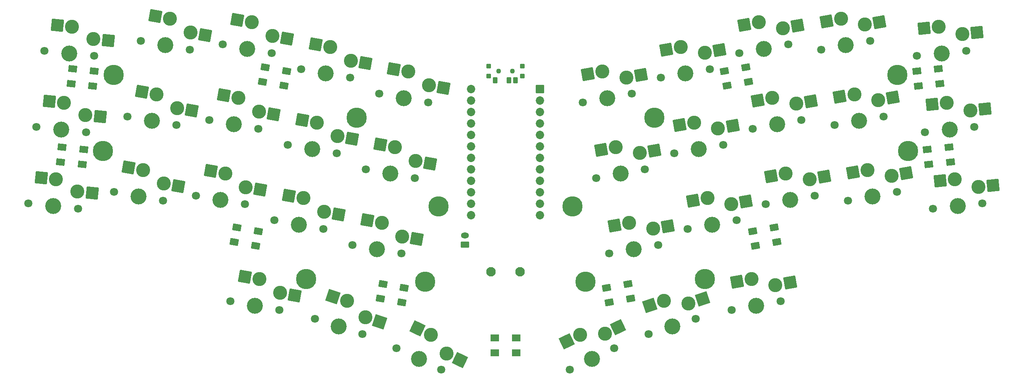
<source format=gbr>
%TF.GenerationSoftware,KiCad,Pcbnew,(6.0.7-1)-1*%
%TF.CreationDate,2022-09-13T20:48:51-04:00*%
%TF.ProjectId,egret,65677265-742e-46b6-9963-61645f706362,v1.0.0*%
%TF.SameCoordinates,Original*%
%TF.FileFunction,Soldermask,Bot*%
%TF.FilePolarity,Negative*%
%FSLAX46Y46*%
G04 Gerber Fmt 4.6, Leading zero omitted, Abs format (unit mm)*
G04 Created by KiCad (PCBNEW (6.0.7-1)-1) date 2022-09-13 20:48:51*
%MOMM*%
%LPD*%
G01*
G04 APERTURE LIST*
G04 Aperture macros list*
%AMRoundRect*
0 Rectangle with rounded corners*
0 $1 Rounding radius*
0 $2 $3 $4 $5 $6 $7 $8 $9 X,Y pos of 4 corners*
0 Add a 4 corners polygon primitive as box body*
4,1,4,$2,$3,$4,$5,$6,$7,$8,$9,$2,$3,0*
0 Add four circle primitives for the rounded corners*
1,1,$1+$1,$2,$3*
1,1,$1+$1,$4,$5*
1,1,$1+$1,$6,$7*
1,1,$1+$1,$8,$9*
0 Add four rect primitives between the rounded corners*
20,1,$1+$1,$2,$3,$4,$5,0*
20,1,$1+$1,$4,$5,$6,$7,0*
20,1,$1+$1,$6,$7,$8,$9,0*
20,1,$1+$1,$8,$9,$2,$3,0*%
G04 Aperture macros list end*
%ADD10RoundRect,0.050000X-0.450000X-0.450000X0.450000X-0.450000X0.450000X0.450000X-0.450000X0.450000X0*%
%ADD11C,1.100000*%
%ADD12RoundRect,0.050000X-0.450000X-0.625000X0.450000X-0.625000X0.450000X0.625000X-0.450000X0.625000X0*%
%ADD13C,1.801800*%
%ADD14C,3.100000*%
%ADD15C,3.529000*%
%ADD16RoundRect,0.050000X-1.054507X-1.505993X1.505993X-1.054507X1.054507X1.505993X-1.505993X1.054507X0*%
%ADD17RoundRect,0.050000X-0.876300X0.876300X-0.876300X-0.876300X0.876300X-0.876300X0.876300X0.876300X0*%
%ADD18C,1.852600*%
%ADD19RoundRect,0.050000X-1.505993X-1.054507X1.054507X-1.505993X1.505993X1.054507X-1.054507X1.505993X0*%
%ADD20RoundRect,0.050000X-0.598550X-1.738315X1.738315X-0.598550X0.598550X1.738315X-1.738315X0.598550X0*%
%ADD21C,4.500000*%
%ADD22RoundRect,0.050000X-1.638096X-0.834651X0.834651X-1.638096X1.638096X0.834651X-0.834651X1.638096X0*%
%ADD23RoundRect,0.050000X-1.738315X-0.598550X0.598550X-1.738315X1.738315X0.598550X-0.598550X1.738315X0*%
%ADD24RoundRect,0.050000X-1.428765X-1.156991X1.156991X-1.428765X1.428765X1.156991X-1.156991X1.428765X0*%
%ADD25RoundRect,0.050000X0.850000X-0.600000X0.850000X0.600000X-0.850000X0.600000X-0.850000X-0.600000X0*%
%ADD26O,1.800000X1.300000*%
%ADD27RoundRect,0.050000X-1.156991X-1.428765X1.428765X-1.156991X1.156991X1.428765X-1.428765X1.156991X0*%
%ADD28RoundRect,0.050000X-0.834651X-1.638096X1.638096X-0.834651X0.834651X1.638096X-1.638096X0.834651X0*%
%ADD29C,2.100000*%
%ADD30RoundRect,0.050000X-0.764773X-0.845649X1.007881X-0.533082X0.764773X0.845649X-1.007881X0.533082X0*%
%ADD31RoundRect,0.050000X-0.968240X-0.602090X0.821900X-0.790241X0.968240X0.602090X-0.821900X0.790241X0*%
%ADD32RoundRect,0.050000X-1.007881X-0.533082X0.764773X-0.845649X1.007881X0.533082X-0.764773X0.845649X0*%
%ADD33RoundRect,0.050000X-0.900000X-0.700000X0.900000X-0.700000X0.900000X0.700000X-0.900000X0.700000X0*%
%ADD34RoundRect,0.050000X-0.821900X-0.790241X0.968240X-0.602090X0.821900X0.790241X-0.968240X0.602090X0*%
G04 APERTURE END LIST*
D10*
%TO.C,T1*%
X202755131Y-80416544D03*
X210155131Y-80416544D03*
X202755131Y-82616544D03*
D11*
X207955131Y-81516544D03*
X204955131Y-81516544D03*
D10*
X210155131Y-82616544D03*
D12*
X204205131Y-83591544D03*
X207205131Y-83591544D03*
X208705131Y-83591544D03*
%TD*%
D13*
%TO.C,S33*%
X223538688Y-88471611D03*
D14*
X233227989Y-82955276D03*
D13*
X234371574Y-86561481D03*
D15*
X228955131Y-87516546D03*
D14*
X227921924Y-81656940D03*
D16*
X224696679Y-82225638D03*
X236453234Y-82386578D03*
%TD*%
D17*
%TO.C,MCU1*%
X214075131Y-85546547D03*
D18*
X214075131Y-88086547D03*
X214075131Y-90626547D03*
X214075131Y-93166547D03*
X214075131Y-95706547D03*
X214075131Y-98246547D03*
X214075131Y-100786547D03*
X214075131Y-103326547D03*
X214075131Y-105866547D03*
X214075131Y-108406547D03*
X214075131Y-110946547D03*
X214075131Y-113486547D03*
X198835131Y-85546547D03*
X198835131Y-88086547D03*
X198835131Y-90626547D03*
X198835131Y-93166547D03*
X198835131Y-95706547D03*
X198835131Y-98246547D03*
X198835131Y-100786547D03*
X198835131Y-103326547D03*
X198835131Y-105866547D03*
X198835131Y-108406547D03*
X198835131Y-110946547D03*
X198835131Y-113486547D03*
%TD*%
D13*
%TO.C,S24*%
X276305892Y-76755692D03*
D14*
X285995193Y-71239357D03*
D15*
X281722335Y-75800627D03*
D14*
X280689128Y-69941021D03*
D13*
X287138778Y-74845562D03*
D16*
X277463883Y-70509719D03*
X289220438Y-70670659D03*
%TD*%
D14*
%TO.C,S7*%
X148998062Y-107246049D03*
X144456050Y-104211231D03*
D15*
X143422843Y-110070837D03*
D13*
X148839286Y-111025902D03*
X138006400Y-109115772D03*
D19*
X141230804Y-103642533D03*
X152223308Y-107814747D03*
%TD*%
D14*
%TO.C,S30*%
X250542116Y-77490688D03*
D15*
X246269258Y-82051958D03*
D14*
X245236051Y-76192352D03*
D13*
X240852815Y-83007023D03*
X251685701Y-81096893D03*
D16*
X242010806Y-76761050D03*
X253767361Y-76921990D03*
%TD*%
D14*
%TO.C,S25*%
X273760277Y-105509565D03*
D15*
X269487419Y-110070835D03*
D14*
X268454212Y-104211229D03*
D13*
X274903862Y-109115770D03*
X264070976Y-111025900D03*
D16*
X265228967Y-104779927D03*
X276985522Y-104940867D03*
%TD*%
D14*
%TO.C,S36*%
X228447781Y-139730095D03*
D13*
X230541070Y-142881387D03*
D15*
X225597703Y-145292428D03*
D14*
X222989395Y-139944603D03*
D13*
X220654336Y-147703469D03*
D20*
X220045844Y-141380269D03*
X231391332Y-138294429D03*
%TD*%
D21*
%TO.C,PAD7*%
X117404224Y-99263565D03*
%TD*%
D14*
%TO.C,S29*%
X248188069Y-92934084D03*
D13*
X243804833Y-99748755D03*
D14*
X253494134Y-94232420D03*
D15*
X249221276Y-98793690D03*
D13*
X254637719Y-97838625D03*
D16*
X244962824Y-93502782D03*
X256719379Y-93663722D03*
%TD*%
D13*
%TO.C,S17*%
X164333582Y-136422111D03*
D14*
X175478489Y-136100327D03*
X171403044Y-132462918D03*
D15*
X169564393Y-138121704D03*
D13*
X174795204Y-139821297D03*
D22*
X168288334Y-131450887D03*
X178593199Y-137112358D03*
%TD*%
D15*
%TO.C,S18*%
X187312560Y-145292428D03*
D13*
X192255927Y-147703469D03*
D14*
X189920868Y-139944603D03*
X193450422Y-144113806D03*
D13*
X182369193Y-142881387D03*
D23*
X186977318Y-138508938D03*
X196393973Y-145549472D03*
%TD*%
D14*
%TO.C,S2*%
X113527469Y-91308219D03*
D13*
X113632748Y-95089941D03*
D14*
X108784822Y-88597629D03*
D13*
X102693008Y-93940127D03*
D15*
X108162878Y-94515034D03*
D24*
X105527763Y-88255298D03*
X116784528Y-91650550D03*
%TD*%
D13*
%TO.C,S23*%
X279257911Y-93497421D03*
X290090797Y-91587291D03*
D15*
X284674354Y-92542356D03*
D14*
X288947212Y-87981086D03*
X283641147Y-86682750D03*
D16*
X280415902Y-87251448D03*
X292172457Y-87412388D03*
%TD*%
D13*
%TO.C,S22*%
X293042818Y-108329022D03*
D15*
X287626375Y-109284087D03*
D13*
X282209932Y-110239152D03*
D14*
X286593168Y-103424481D03*
X291899233Y-104722817D03*
D16*
X283367923Y-103993179D03*
X295124478Y-104154119D03*
%TD*%
D13*
%TO.C,S1*%
X100916024Y-110846999D03*
D14*
X107007838Y-105504501D03*
D13*
X111855764Y-111996813D03*
D15*
X106385894Y-111421906D03*
D14*
X111750485Y-108215091D03*
D24*
X103750779Y-105162170D03*
X115007544Y-108557422D03*
%TD*%
D25*
%TO.C,JST1*%
X197455133Y-119966543D03*
D26*
X197455133Y-117966543D03*
%TD*%
D21*
%TO.C,PAD2*%
X188710933Y-128210614D03*
%TD*%
D14*
%TO.C,S34*%
X266192140Y-128929563D03*
D15*
X261919282Y-133490833D03*
D13*
X267335725Y-132535768D03*
D14*
X260886075Y-127631227D03*
D13*
X256502839Y-134445898D03*
D16*
X257660830Y-128199925D03*
X269417385Y-128360865D03*
%TD*%
D14*
%TO.C,S15*%
X184988339Y-81656939D03*
D15*
X183955132Y-87516545D03*
D13*
X189371575Y-88471610D03*
X178538689Y-86561480D03*
D14*
X189530351Y-84691757D03*
D19*
X181763093Y-81088241D03*
X192755597Y-85260455D03*
%TD*%
D21*
%TO.C,PAD11*%
X295506037Y-99263563D03*
%TD*%
D13*
%TO.C,S13*%
X172634652Y-120044942D03*
D14*
X179084302Y-115140401D03*
X183626314Y-118175219D03*
D15*
X178051095Y-121000007D03*
D13*
X183467538Y-121955072D03*
D19*
X175859056Y-114571703D03*
X186851560Y-118743917D03*
%TD*%
D14*
%TO.C,S11*%
X169264205Y-95968903D03*
D13*
X158272543Y-97838626D03*
D14*
X164722193Y-92934085D03*
D15*
X163688986Y-98793691D03*
D13*
X169105429Y-99748756D03*
D19*
X161496947Y-92365387D03*
X172489451Y-96537601D03*
%TD*%
D14*
%TO.C,S20*%
X304125440Y-88597629D03*
D15*
X304747384Y-94515034D03*
D13*
X299277514Y-95089941D03*
X310217254Y-93940127D03*
D14*
X309328012Y-90262935D03*
D27*
X300868380Y-88939959D03*
X312585071Y-89920604D03*
%TD*%
D14*
%TO.C,S31*%
X239132026Y-116438737D03*
D15*
X234859168Y-121000007D03*
D13*
X240275611Y-120044942D03*
X229442725Y-121955072D03*
D14*
X233825961Y-115140401D03*
D16*
X230600716Y-115709099D03*
X242357271Y-115870039D03*
%TD*%
D15*
%TO.C,S4*%
X125283890Y-109284087D03*
D13*
X119867447Y-108329022D03*
D14*
X130859109Y-106459299D03*
X126317097Y-103424481D03*
D13*
X130700333Y-110239152D03*
D19*
X123091851Y-102855783D03*
X134084355Y-107027997D03*
%TD*%
D15*
%TO.C,S26*%
X266535401Y-93329104D03*
D13*
X261118958Y-94284169D03*
D14*
X270808259Y-88767834D03*
D13*
X271951844Y-92374039D03*
D14*
X265502194Y-87469498D03*
D16*
X262276949Y-88038196D03*
X274033504Y-88199136D03*
%TD*%
D13*
%TO.C,S35*%
X248576680Y-136422111D03*
D15*
X243345869Y-138121704D03*
D13*
X238115058Y-139821297D03*
D14*
X246942338Y-133010157D03*
X241507218Y-132462918D03*
D28*
X238392508Y-133474948D03*
X250057048Y-131998126D03*
%TD*%
D13*
%TO.C,S27*%
X258166939Y-77542438D03*
D14*
X267856240Y-72026103D03*
X262550175Y-70727767D03*
D13*
X268999825Y-75632308D03*
D15*
X263583382Y-76587373D03*
D16*
X259324930Y-71296465D03*
X271081485Y-71457405D03*
%TD*%
D13*
%TO.C,S3*%
X115409732Y-78183071D03*
D14*
X115304453Y-74401349D03*
X110561806Y-71690759D03*
D15*
X109939862Y-77608164D03*
D13*
X104469992Y-77033257D03*
D24*
X107304747Y-71348428D03*
X118561512Y-74743680D03*
%TD*%
D14*
%TO.C,S32*%
X230873944Y-98398670D03*
D15*
X231907151Y-104258276D03*
D13*
X226490708Y-105213341D03*
X237323594Y-103303211D03*
D14*
X236180009Y-99697006D03*
D16*
X227648699Y-98967368D03*
X239405254Y-99128308D03*
%TD*%
D21*
%TO.C,PAD9*%
X162334023Y-127558753D03*
%TD*%
%TO.C,PAD12*%
X239374398Y-91898836D03*
%TD*%
D13*
%TO.C,S14*%
X186419556Y-105213340D03*
X175586670Y-103303210D03*
D15*
X181003113Y-104258275D03*
D14*
X182036320Y-98398669D03*
X186578332Y-101433487D03*
D19*
X178811074Y-97829971D03*
X189803578Y-102002185D03*
%TD*%
D21*
%TO.C,PAD3*%
X224199330Y-128210613D03*
%TD*%
%TO.C,PAD13*%
X250576238Y-127558754D03*
%TD*%
D13*
%TO.C,S19*%
X301054498Y-111996813D03*
D14*
X305902424Y-105504501D03*
D15*
X306524368Y-111421906D03*
D13*
X311994238Y-110846999D03*
D14*
X311104996Y-107169807D03*
D27*
X302645364Y-105846831D03*
X314362055Y-106827476D03*
%TD*%
D14*
%TO.C,S21*%
X302348454Y-71690757D03*
X307551026Y-73356063D03*
D13*
X308440268Y-77033255D03*
D15*
X302970398Y-77608162D03*
D13*
X297500528Y-78183069D03*
D27*
X299091394Y-72033087D03*
X310808085Y-73013732D03*
%TD*%
D14*
%TO.C,S6*%
X132221136Y-69941018D03*
D13*
X136604372Y-76755689D03*
X125771486Y-74845559D03*
D14*
X136763148Y-72975836D03*
D15*
X131187929Y-75800624D03*
D19*
X128995890Y-69372320D03*
X139988394Y-73544534D03*
%TD*%
D29*
%TO.C,B1*%
X209705130Y-126000007D03*
X203205130Y-126000007D03*
%TD*%
D13*
%TO.C,S28*%
X257589739Y-114580356D03*
D14*
X256446154Y-110974151D03*
D15*
X252173296Y-115535421D03*
D13*
X246756853Y-116490486D03*
D14*
X251140089Y-109675815D03*
D16*
X247914844Y-110244513D03*
X259671399Y-110405453D03*
%TD*%
D13*
%TO.C,S8*%
X151791303Y-94284169D03*
D14*
X147408067Y-87469498D03*
D13*
X140958417Y-92374039D03*
D14*
X151950079Y-90504316D03*
D15*
X146374860Y-93329104D03*
D19*
X144182821Y-86900800D03*
X155175325Y-91073014D03*
%TD*%
D21*
%TO.C,PAD8*%
X173535860Y-91898835D03*
%TD*%
%TO.C,PAD5*%
X221247311Y-111468882D03*
%TD*%
%TO.C,PAD10*%
X293144902Y-82417644D03*
%TD*%
D13*
%TO.C,S5*%
X122819466Y-91587291D03*
X133652352Y-93497421D03*
D15*
X128235909Y-92542356D03*
D14*
X133811128Y-89717568D03*
X129269116Y-86682750D03*
D19*
X126043870Y-86114052D03*
X137036374Y-90286266D03*
%TD*%
D14*
%TO.C,S10*%
X161770174Y-109675818D03*
D13*
X155320524Y-114580359D03*
D15*
X160736967Y-115535424D03*
D14*
X166312186Y-112710636D03*
D13*
X166153410Y-116490489D03*
D19*
X158544928Y-109107120D03*
X169537432Y-113279334D03*
%TD*%
D13*
%TO.C,S16*%
X156407424Y-134445898D03*
D15*
X150990981Y-133490833D03*
D13*
X145574538Y-132535768D03*
D14*
X152024188Y-127631227D03*
X156566200Y-130666045D03*
D19*
X148798942Y-127062529D03*
X159791446Y-131234743D03*
%TD*%
D21*
%TO.C,PAD4*%
X191662947Y-111468881D03*
%TD*%
D13*
%TO.C,S9*%
X154743323Y-77542437D03*
D14*
X154902099Y-73762584D03*
X150360087Y-70727766D03*
D15*
X149326880Y-76587372D03*
D13*
X143910437Y-75632307D03*
D19*
X147134841Y-70159068D03*
X158127345Y-74331282D03*
%TD*%
D21*
%TO.C,PAD6*%
X119765361Y-82417643D03*
%TD*%
D14*
%TO.C,S12*%
X167674212Y-76192353D03*
D13*
X161224562Y-81096894D03*
X172057448Y-83007024D03*
D14*
X172216224Y-79227171D03*
D15*
X166641005Y-82051959D03*
D19*
X164448966Y-75623655D03*
X175441470Y-79795869D03*
%TD*%
D30*
%TO.C,LED11*%
X259634989Y-80685261D03*
X260208028Y-83935126D03*
X255480951Y-84768637D03*
X254907912Y-81518772D03*
%TD*%
D31*
%TO.C,LED2*%
X115457372Y-81556527D03*
X115112428Y-84838449D03*
X110338722Y-84336713D03*
X110683666Y-81054791D03*
%TD*%
D32*
%TO.C,LED4*%
X151751017Y-116971852D03*
X151177978Y-120221717D03*
X146450901Y-119388206D03*
X147023940Y-116138341D03*
%TD*%
D33*
%TO.C,LED6*%
X208855131Y-140642429D03*
X208855131Y-143942429D03*
X204055131Y-143942429D03*
X204055131Y-140642429D03*
%TD*%
D32*
%TO.C,LED5*%
X184062357Y-129523340D03*
X183489318Y-132773205D03*
X178762241Y-131939694D03*
X179335280Y-128689829D03*
%TD*%
D31*
%TO.C,LED3*%
X113130863Y-98908398D03*
X112785919Y-102190320D03*
X108012213Y-101688584D03*
X108357157Y-98406662D03*
%TD*%
D32*
%TO.C,LED1*%
X158002351Y-81518774D03*
X157429312Y-84768639D03*
X152702235Y-83935128D03*
X153275274Y-80685263D03*
%TD*%
D30*
%TO.C,LED7*%
X233574984Y-128689832D03*
X234148023Y-131939697D03*
X229420946Y-132773208D03*
X228847907Y-129523343D03*
%TD*%
D34*
%TO.C,LED9*%
X304553105Y-98406661D03*
X304898049Y-101688583D03*
X300124343Y-102190319D03*
X299779399Y-98908397D03*
%TD*%
D30*
%TO.C,LED8*%
X265886321Y-116138339D03*
X266459360Y-119388204D03*
X261732283Y-120221715D03*
X261159244Y-116971850D03*
%TD*%
D34*
%TO.C,LED10*%
X302226596Y-81054793D03*
X302571540Y-84336715D03*
X297797834Y-84838451D03*
X297452890Y-81556529D03*
%TD*%
M02*

</source>
